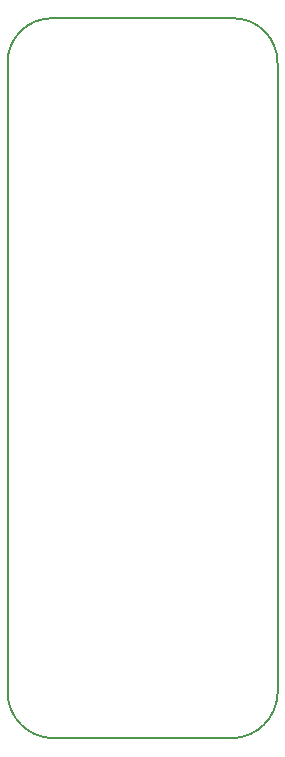
<source format=gbr>
G04 #@! TF.GenerationSoftware,KiCad,Pcbnew,(6.0.5)*
G04 #@! TF.CreationDate,2022-08-24T15:32:52-07:00*
G04 #@! TF.ProjectId,pico-ice,7069636f-2d69-4636-952e-6b696361645f,REV1*
G04 #@! TF.SameCoordinates,Original*
G04 #@! TF.FileFunction,Profile,NP*
%FSLAX46Y46*%
G04 Gerber Fmt 4.6, Leading zero omitted, Abs format (unit mm)*
G04 Created by KiCad (PCBNEW (6.0.5)) date 2022-08-24 15:32:52*
%MOMM*%
%LPD*%
G01*
G04 APERTURE LIST*
G04 #@! TA.AperFunction,Profile*
%ADD10C,0.127000*%
G04 #@! TD*
G04 APERTURE END LIST*
D10*
X80010000Y-134620000D02*
X64770000Y-134620000D01*
X83820000Y-77470000D02*
X83820000Y-130810000D01*
X64770000Y-73660000D02*
X80010000Y-73660000D01*
X60960000Y-130810000D02*
X60960000Y-77470000D01*
X60960000Y-130810000D02*
G75*
G03*
X64770000Y-134620000I3919500J109500D01*
G01*
X64770000Y-73660000D02*
G75*
G03*
X60960000Y-77470000I-55700J-3754300D01*
G01*
X83820000Y-77470000D02*
G75*
G03*
X80010000Y-73660000I-3754300J55700D01*
G01*
X80010000Y-134620000D02*
G75*
G03*
X83820000Y-130810000I-109500J3919500D01*
G01*
M02*

</source>
